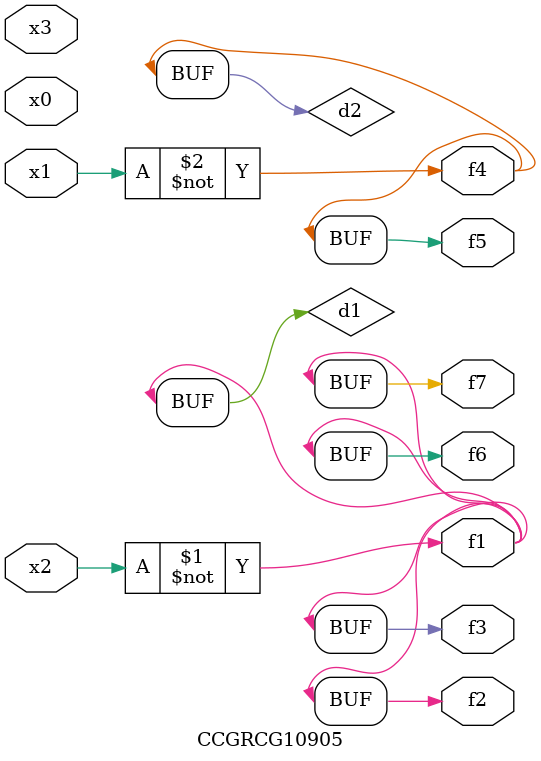
<source format=v>
module CCGRCG10905(
	input x0, x1, x2, x3,
	output f1, f2, f3, f4, f5, f6, f7
);

	wire d1, d2;

	xnor (d1, x2);
	not (d2, x1);
	assign f1 = d1;
	assign f2 = d1;
	assign f3 = d1;
	assign f4 = d2;
	assign f5 = d2;
	assign f6 = d1;
	assign f7 = d1;
endmodule

</source>
